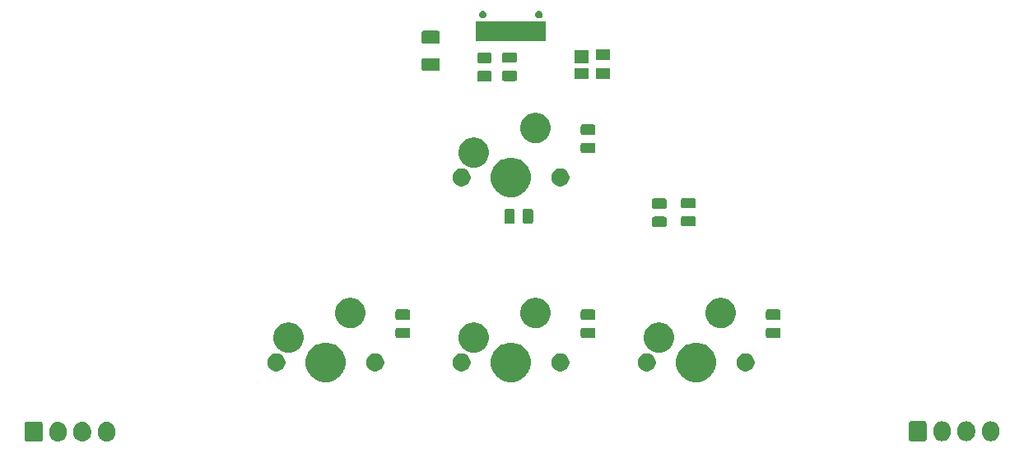
<source format=gts>
G04 #@! TF.GenerationSoftware,KiCad,Pcbnew,(5.1.5)-3*
G04 #@! TF.CreationDate,2020-03-25T17:20:55+01:00*
G04 #@! TF.ProjectId,4Keys,344b6579-732e-46b6-9963-61645f706362,rev?*
G04 #@! TF.SameCoordinates,Original*
G04 #@! TF.FileFunction,Soldermask,Top*
G04 #@! TF.FilePolarity,Negative*
%FSLAX46Y46*%
G04 Gerber Fmt 4.6, Leading zero omitted, Abs format (unit mm)*
G04 Created by KiCad (PCBNEW (5.1.5)-3) date 2020-03-25 17:20:55*
%MOMM*%
%LPD*%
G04 APERTURE LIST*
%ADD10C,0.100000*%
G04 APERTURE END LIST*
D10*
G36*
X139328626Y-73599537D02*
G01*
X139498465Y-73651057D01*
X139498467Y-73651058D01*
X139654989Y-73734721D01*
X139792186Y-73847314D01*
X139861692Y-73932009D01*
X139904778Y-73984509D01*
X139904779Y-73984511D01*
X139960382Y-74088535D01*
X139988443Y-74141034D01*
X140039963Y-74310873D01*
X140053000Y-74443242D01*
X140053000Y-74781757D01*
X140039963Y-74914126D01*
X139988443Y-75083966D01*
X139904778Y-75240491D01*
X139875448Y-75276229D01*
X139792186Y-75377686D01*
X139718961Y-75437779D01*
X139654991Y-75490278D01*
X139654989Y-75490279D01*
X139500300Y-75572963D01*
X139498466Y-75573943D01*
X139328627Y-75625463D01*
X139152000Y-75642859D01*
X138975374Y-75625463D01*
X138805535Y-75573943D01*
X138803702Y-75572963D01*
X138649012Y-75490279D01*
X138649010Y-75490278D01*
X138511815Y-75377685D01*
X138399222Y-75240491D01*
X138315557Y-75083966D01*
X138264037Y-74914127D01*
X138251000Y-74781758D01*
X138251000Y-74443243D01*
X138264037Y-74310874D01*
X138315557Y-74141035D01*
X138343619Y-74088535D01*
X138399221Y-73984511D01*
X138511814Y-73847314D01*
X138613271Y-73764052D01*
X138649009Y-73734722D01*
X138781101Y-73664117D01*
X138805532Y-73651058D01*
X138805534Y-73651057D01*
X138975373Y-73599537D01*
X139152000Y-73582141D01*
X139328626Y-73599537D01*
G37*
G36*
X141828626Y-73599537D02*
G01*
X141998465Y-73651057D01*
X141998467Y-73651058D01*
X142154989Y-73734721D01*
X142292186Y-73847314D01*
X142361692Y-73932009D01*
X142404778Y-73984509D01*
X142404779Y-73984511D01*
X142460382Y-74088535D01*
X142488443Y-74141034D01*
X142539963Y-74310873D01*
X142553000Y-74443242D01*
X142553000Y-74781757D01*
X142539963Y-74914126D01*
X142488443Y-75083966D01*
X142404778Y-75240491D01*
X142375448Y-75276229D01*
X142292186Y-75377686D01*
X142218961Y-75437779D01*
X142154991Y-75490278D01*
X142154989Y-75490279D01*
X142000300Y-75572963D01*
X141998466Y-75573943D01*
X141828627Y-75625463D01*
X141652000Y-75642859D01*
X141475374Y-75625463D01*
X141305535Y-75573943D01*
X141303702Y-75572963D01*
X141149012Y-75490279D01*
X141149010Y-75490278D01*
X141011815Y-75377685D01*
X140899222Y-75240491D01*
X140815557Y-75083966D01*
X140764037Y-74914127D01*
X140751000Y-74781758D01*
X140751000Y-74443243D01*
X140764037Y-74310874D01*
X140815557Y-74141035D01*
X140843619Y-74088535D01*
X140899221Y-73984511D01*
X141011814Y-73847314D01*
X141113271Y-73764052D01*
X141149009Y-73734722D01*
X141281101Y-73664117D01*
X141305532Y-73651058D01*
X141305534Y-73651057D01*
X141475373Y-73599537D01*
X141652000Y-73582141D01*
X141828626Y-73599537D01*
G37*
G36*
X144328626Y-73599537D02*
G01*
X144498465Y-73651057D01*
X144498467Y-73651058D01*
X144654989Y-73734721D01*
X144792186Y-73847314D01*
X144861692Y-73932009D01*
X144904778Y-73984509D01*
X144904779Y-73984511D01*
X144960382Y-74088535D01*
X144988443Y-74141034D01*
X145039963Y-74310873D01*
X145053000Y-74443242D01*
X145053000Y-74781757D01*
X145039963Y-74914126D01*
X144988443Y-75083966D01*
X144904778Y-75240491D01*
X144875448Y-75276229D01*
X144792186Y-75377686D01*
X144718961Y-75437779D01*
X144654991Y-75490278D01*
X144654989Y-75490279D01*
X144500300Y-75572963D01*
X144498466Y-75573943D01*
X144328627Y-75625463D01*
X144152000Y-75642859D01*
X143975374Y-75625463D01*
X143805535Y-75573943D01*
X143803702Y-75572963D01*
X143649012Y-75490279D01*
X143649010Y-75490278D01*
X143511815Y-75377685D01*
X143399222Y-75240491D01*
X143315557Y-75083966D01*
X143264037Y-74914127D01*
X143251000Y-74781758D01*
X143251000Y-74443243D01*
X143264037Y-74310874D01*
X143315557Y-74141035D01*
X143343619Y-74088535D01*
X143399221Y-73984511D01*
X143511814Y-73847314D01*
X143613271Y-73764052D01*
X143649009Y-73734722D01*
X143781101Y-73664117D01*
X143805532Y-73651058D01*
X143805534Y-73651057D01*
X143975373Y-73599537D01*
X144152000Y-73582141D01*
X144328626Y-73599537D01*
G37*
G36*
X137410600Y-73590489D02*
G01*
X137443652Y-73600515D01*
X137474103Y-73616792D01*
X137500799Y-73638701D01*
X137522708Y-73665397D01*
X137538985Y-73695848D01*
X137549011Y-73728900D01*
X137553000Y-73769403D01*
X137553000Y-75455597D01*
X137549011Y-75496100D01*
X137538985Y-75529152D01*
X137522708Y-75559603D01*
X137500799Y-75586299D01*
X137474103Y-75608208D01*
X137443652Y-75624485D01*
X137410600Y-75634511D01*
X137370097Y-75638500D01*
X135933903Y-75638500D01*
X135893400Y-75634511D01*
X135860348Y-75624485D01*
X135829897Y-75608208D01*
X135803201Y-75586299D01*
X135781292Y-75559603D01*
X135765015Y-75529152D01*
X135754989Y-75496100D01*
X135751000Y-75455597D01*
X135751000Y-73769403D01*
X135754989Y-73728900D01*
X135765015Y-73695848D01*
X135781292Y-73665397D01*
X135803201Y-73638701D01*
X135829897Y-73616792D01*
X135860348Y-73600515D01*
X135893400Y-73590489D01*
X135933903Y-73586500D01*
X137370097Y-73586500D01*
X137410600Y-73590489D01*
G37*
G36*
X235260626Y-73547037D02*
G01*
X235430465Y-73598557D01*
X235430467Y-73598558D01*
X235586989Y-73682221D01*
X235724186Y-73794814D01*
X235770706Y-73851500D01*
X235836778Y-73932009D01*
X235920443Y-74088534D01*
X235971963Y-74258373D01*
X235985000Y-74390742D01*
X235985000Y-74729257D01*
X235971963Y-74861626D01*
X235920443Y-75031466D01*
X235836778Y-75187991D01*
X235807448Y-75223729D01*
X235724186Y-75325186D01*
X235629250Y-75403097D01*
X235586991Y-75437778D01*
X235586989Y-75437779D01*
X235431808Y-75520726D01*
X235430466Y-75521443D01*
X235260627Y-75572963D01*
X235084000Y-75590359D01*
X234907374Y-75572963D01*
X234737535Y-75521443D01*
X234736194Y-75520726D01*
X234581012Y-75437779D01*
X234581010Y-75437778D01*
X234443815Y-75325185D01*
X234331222Y-75187991D01*
X234247557Y-75031466D01*
X234196037Y-74861627D01*
X234183000Y-74729258D01*
X234183000Y-74390743D01*
X234196037Y-74258374D01*
X234247557Y-74088535D01*
X234331222Y-73932010D01*
X234331223Y-73932009D01*
X234443814Y-73794814D01*
X234554139Y-73704274D01*
X234581009Y-73682222D01*
X234733871Y-73600515D01*
X234737532Y-73598558D01*
X234737534Y-73598557D01*
X234907373Y-73547037D01*
X235084000Y-73529641D01*
X235260626Y-73547037D01*
G37*
G36*
X230260626Y-73547037D02*
G01*
X230430465Y-73598557D01*
X230430467Y-73598558D01*
X230586989Y-73682221D01*
X230724186Y-73794814D01*
X230770706Y-73851500D01*
X230836778Y-73932009D01*
X230920443Y-74088534D01*
X230971963Y-74258373D01*
X230985000Y-74390742D01*
X230985000Y-74729257D01*
X230971963Y-74861626D01*
X230920443Y-75031466D01*
X230836778Y-75187991D01*
X230807448Y-75223729D01*
X230724186Y-75325186D01*
X230629250Y-75403097D01*
X230586991Y-75437778D01*
X230586989Y-75437779D01*
X230431808Y-75520726D01*
X230430466Y-75521443D01*
X230260627Y-75572963D01*
X230084000Y-75590359D01*
X229907374Y-75572963D01*
X229737535Y-75521443D01*
X229736194Y-75520726D01*
X229581012Y-75437779D01*
X229581010Y-75437778D01*
X229443815Y-75325185D01*
X229331222Y-75187991D01*
X229247557Y-75031466D01*
X229196037Y-74861627D01*
X229183000Y-74729258D01*
X229183000Y-74390743D01*
X229196037Y-74258374D01*
X229247557Y-74088535D01*
X229331222Y-73932010D01*
X229331223Y-73932009D01*
X229443814Y-73794814D01*
X229554139Y-73704274D01*
X229581009Y-73682222D01*
X229733871Y-73600515D01*
X229737532Y-73598558D01*
X229737534Y-73598557D01*
X229907373Y-73547037D01*
X230084000Y-73529641D01*
X230260626Y-73547037D01*
G37*
G36*
X232760626Y-73547037D02*
G01*
X232930465Y-73598557D01*
X232930467Y-73598558D01*
X233086989Y-73682221D01*
X233224186Y-73794814D01*
X233270706Y-73851500D01*
X233336778Y-73932009D01*
X233420443Y-74088534D01*
X233471963Y-74258373D01*
X233485000Y-74390742D01*
X233485000Y-74729257D01*
X233471963Y-74861626D01*
X233420443Y-75031466D01*
X233336778Y-75187991D01*
X233307448Y-75223729D01*
X233224186Y-75325186D01*
X233129250Y-75403097D01*
X233086991Y-75437778D01*
X233086989Y-75437779D01*
X232931808Y-75520726D01*
X232930466Y-75521443D01*
X232760627Y-75572963D01*
X232584000Y-75590359D01*
X232407374Y-75572963D01*
X232237535Y-75521443D01*
X232236194Y-75520726D01*
X232081012Y-75437779D01*
X232081010Y-75437778D01*
X231943815Y-75325185D01*
X231831222Y-75187991D01*
X231747557Y-75031466D01*
X231696037Y-74861627D01*
X231683000Y-74729258D01*
X231683000Y-74390743D01*
X231696037Y-74258374D01*
X231747557Y-74088535D01*
X231831222Y-73932010D01*
X231831223Y-73932009D01*
X231943814Y-73794814D01*
X232054139Y-73704274D01*
X232081009Y-73682222D01*
X232233871Y-73600515D01*
X232237532Y-73598558D01*
X232237534Y-73598557D01*
X232407373Y-73547037D01*
X232584000Y-73529641D01*
X232760626Y-73547037D01*
G37*
G36*
X228342600Y-73537989D02*
G01*
X228375652Y-73548015D01*
X228406103Y-73564292D01*
X228432799Y-73586201D01*
X228454708Y-73612897D01*
X228470985Y-73643348D01*
X228481011Y-73676400D01*
X228485000Y-73716903D01*
X228485000Y-75403097D01*
X228481011Y-75443600D01*
X228470985Y-75476652D01*
X228454708Y-75507103D01*
X228432799Y-75533799D01*
X228406103Y-75555708D01*
X228375652Y-75571985D01*
X228342600Y-75582011D01*
X228302097Y-75586000D01*
X226865903Y-75586000D01*
X226825400Y-75582011D01*
X226792348Y-75571985D01*
X226761897Y-75555708D01*
X226735201Y-75533799D01*
X226713292Y-75507103D01*
X226697015Y-75476652D01*
X226686989Y-75443600D01*
X226683000Y-75403097D01*
X226683000Y-73716903D01*
X226686989Y-73676400D01*
X226697015Y-73643348D01*
X226713292Y-73612897D01*
X226735201Y-73586201D01*
X226761897Y-73564292D01*
X226792348Y-73548015D01*
X226825400Y-73537989D01*
X226865903Y-73534000D01*
X228302097Y-73534000D01*
X228342600Y-73537989D01*
G37*
G36*
X205383974Y-65502434D02*
G01*
X205601974Y-65592733D01*
X205756123Y-65656583D01*
X206091048Y-65880373D01*
X206375877Y-66165202D01*
X206599667Y-66500127D01*
X206632062Y-66578336D01*
X206753816Y-66872276D01*
X206832400Y-67267344D01*
X206832400Y-67670156D01*
X206753816Y-68065224D01*
X206702951Y-68188022D01*
X206599667Y-68437373D01*
X206375877Y-68772298D01*
X206091048Y-69057127D01*
X205756123Y-69280917D01*
X205601974Y-69344767D01*
X205383974Y-69435066D01*
X204988906Y-69513650D01*
X204586094Y-69513650D01*
X204191026Y-69435066D01*
X203973026Y-69344767D01*
X203818877Y-69280917D01*
X203483952Y-69057127D01*
X203199123Y-68772298D01*
X202975333Y-68437373D01*
X202872049Y-68188022D01*
X202821184Y-68065224D01*
X202742600Y-67670156D01*
X202742600Y-67267344D01*
X202821184Y-66872276D01*
X202942938Y-66578336D01*
X202975333Y-66500127D01*
X203199123Y-66165202D01*
X203483952Y-65880373D01*
X203818877Y-65656583D01*
X203973026Y-65592733D01*
X204191026Y-65502434D01*
X204586094Y-65423850D01*
X204988906Y-65423850D01*
X205383974Y-65502434D01*
G37*
G36*
X167283974Y-65502434D02*
G01*
X167501974Y-65592733D01*
X167656123Y-65656583D01*
X167991048Y-65880373D01*
X168275877Y-66165202D01*
X168499667Y-66500127D01*
X168532062Y-66578336D01*
X168653816Y-66872276D01*
X168732400Y-67267344D01*
X168732400Y-67670156D01*
X168653816Y-68065224D01*
X168602951Y-68188022D01*
X168499667Y-68437373D01*
X168275877Y-68772298D01*
X167991048Y-69057127D01*
X167656123Y-69280917D01*
X167501974Y-69344767D01*
X167283974Y-69435066D01*
X166888906Y-69513650D01*
X166486094Y-69513650D01*
X166091026Y-69435066D01*
X165873026Y-69344767D01*
X165718877Y-69280917D01*
X165383952Y-69057127D01*
X165099123Y-68772298D01*
X164875333Y-68437373D01*
X164772049Y-68188022D01*
X164721184Y-68065224D01*
X164642600Y-67670156D01*
X164642600Y-67267344D01*
X164721184Y-66872276D01*
X164842938Y-66578336D01*
X164875333Y-66500127D01*
X165099123Y-66165202D01*
X165383952Y-65880373D01*
X165718877Y-65656583D01*
X165873026Y-65592733D01*
X166091026Y-65502434D01*
X166486094Y-65423850D01*
X166888906Y-65423850D01*
X167283974Y-65502434D01*
G37*
G36*
X186333974Y-65502434D02*
G01*
X186551974Y-65592733D01*
X186706123Y-65656583D01*
X187041048Y-65880373D01*
X187325877Y-66165202D01*
X187549667Y-66500127D01*
X187582062Y-66578336D01*
X187703816Y-66872276D01*
X187782400Y-67267344D01*
X187782400Y-67670156D01*
X187703816Y-68065224D01*
X187652951Y-68188022D01*
X187549667Y-68437373D01*
X187325877Y-68772298D01*
X187041048Y-69057127D01*
X186706123Y-69280917D01*
X186551974Y-69344767D01*
X186333974Y-69435066D01*
X185938906Y-69513650D01*
X185536094Y-69513650D01*
X185141026Y-69435066D01*
X184923026Y-69344767D01*
X184768877Y-69280917D01*
X184433952Y-69057127D01*
X184149123Y-68772298D01*
X183925333Y-68437373D01*
X183822049Y-68188022D01*
X183771184Y-68065224D01*
X183692600Y-67670156D01*
X183692600Y-67267344D01*
X183771184Y-66872276D01*
X183892938Y-66578336D01*
X183925333Y-66500127D01*
X184149123Y-66165202D01*
X184433952Y-65880373D01*
X184768877Y-65656583D01*
X184923026Y-65592733D01*
X185141026Y-65502434D01*
X185536094Y-65423850D01*
X185938906Y-65423850D01*
X186333974Y-65502434D01*
G37*
G36*
X180927604Y-66578335D02*
G01*
X181096126Y-66648139D01*
X181247791Y-66749478D01*
X181376772Y-66878459D01*
X181478111Y-67030124D01*
X181547915Y-67198646D01*
X181583500Y-67377547D01*
X181583500Y-67559953D01*
X181547915Y-67738854D01*
X181478111Y-67907376D01*
X181376772Y-68059041D01*
X181247791Y-68188022D01*
X181096126Y-68289361D01*
X180927604Y-68359165D01*
X180748703Y-68394750D01*
X180566297Y-68394750D01*
X180387396Y-68359165D01*
X180218874Y-68289361D01*
X180067209Y-68188022D01*
X179938228Y-68059041D01*
X179836889Y-67907376D01*
X179767085Y-67738854D01*
X179731500Y-67559953D01*
X179731500Y-67377547D01*
X179767085Y-67198646D01*
X179836889Y-67030124D01*
X179938228Y-66878459D01*
X180067209Y-66749478D01*
X180218874Y-66648139D01*
X180387396Y-66578335D01*
X180566297Y-66542750D01*
X180748703Y-66542750D01*
X180927604Y-66578335D01*
G37*
G36*
X210137604Y-66578335D02*
G01*
X210306126Y-66648139D01*
X210457791Y-66749478D01*
X210586772Y-66878459D01*
X210688111Y-67030124D01*
X210757915Y-67198646D01*
X210793500Y-67377547D01*
X210793500Y-67559953D01*
X210757915Y-67738854D01*
X210688111Y-67907376D01*
X210586772Y-68059041D01*
X210457791Y-68188022D01*
X210306126Y-68289361D01*
X210137604Y-68359165D01*
X209958703Y-68394750D01*
X209776297Y-68394750D01*
X209597396Y-68359165D01*
X209428874Y-68289361D01*
X209277209Y-68188022D01*
X209148228Y-68059041D01*
X209046889Y-67907376D01*
X208977085Y-67738854D01*
X208941500Y-67559953D01*
X208941500Y-67377547D01*
X208977085Y-67198646D01*
X209046889Y-67030124D01*
X209148228Y-66878459D01*
X209277209Y-66749478D01*
X209428874Y-66648139D01*
X209597396Y-66578335D01*
X209776297Y-66542750D01*
X209958703Y-66542750D01*
X210137604Y-66578335D01*
G37*
G36*
X191087604Y-66578335D02*
G01*
X191256126Y-66648139D01*
X191407791Y-66749478D01*
X191536772Y-66878459D01*
X191638111Y-67030124D01*
X191707915Y-67198646D01*
X191743500Y-67377547D01*
X191743500Y-67559953D01*
X191707915Y-67738854D01*
X191638111Y-67907376D01*
X191536772Y-68059041D01*
X191407791Y-68188022D01*
X191256126Y-68289361D01*
X191087604Y-68359165D01*
X190908703Y-68394750D01*
X190726297Y-68394750D01*
X190547396Y-68359165D01*
X190378874Y-68289361D01*
X190227209Y-68188022D01*
X190098228Y-68059041D01*
X189996889Y-67907376D01*
X189927085Y-67738854D01*
X189891500Y-67559953D01*
X189891500Y-67377547D01*
X189927085Y-67198646D01*
X189996889Y-67030124D01*
X190098228Y-66878459D01*
X190227209Y-66749478D01*
X190378874Y-66648139D01*
X190547396Y-66578335D01*
X190726297Y-66542750D01*
X190908703Y-66542750D01*
X191087604Y-66578335D01*
G37*
G36*
X161877604Y-66578335D02*
G01*
X162046126Y-66648139D01*
X162197791Y-66749478D01*
X162326772Y-66878459D01*
X162428111Y-67030124D01*
X162497915Y-67198646D01*
X162533500Y-67377547D01*
X162533500Y-67559953D01*
X162497915Y-67738854D01*
X162428111Y-67907376D01*
X162326772Y-68059041D01*
X162197791Y-68188022D01*
X162046126Y-68289361D01*
X161877604Y-68359165D01*
X161698703Y-68394750D01*
X161516297Y-68394750D01*
X161337396Y-68359165D01*
X161168874Y-68289361D01*
X161017209Y-68188022D01*
X160888228Y-68059041D01*
X160786889Y-67907376D01*
X160717085Y-67738854D01*
X160681500Y-67559953D01*
X160681500Y-67377547D01*
X160717085Y-67198646D01*
X160786889Y-67030124D01*
X160888228Y-66878459D01*
X161017209Y-66749478D01*
X161168874Y-66648139D01*
X161337396Y-66578335D01*
X161516297Y-66542750D01*
X161698703Y-66542750D01*
X161877604Y-66578335D01*
G37*
G36*
X172037604Y-66578335D02*
G01*
X172206126Y-66648139D01*
X172357791Y-66749478D01*
X172486772Y-66878459D01*
X172588111Y-67030124D01*
X172657915Y-67198646D01*
X172693500Y-67377547D01*
X172693500Y-67559953D01*
X172657915Y-67738854D01*
X172588111Y-67907376D01*
X172486772Y-68059041D01*
X172357791Y-68188022D01*
X172206126Y-68289361D01*
X172037604Y-68359165D01*
X171858703Y-68394750D01*
X171676297Y-68394750D01*
X171497396Y-68359165D01*
X171328874Y-68289361D01*
X171177209Y-68188022D01*
X171048228Y-68059041D01*
X170946889Y-67907376D01*
X170877085Y-67738854D01*
X170841500Y-67559953D01*
X170841500Y-67377547D01*
X170877085Y-67198646D01*
X170946889Y-67030124D01*
X171048228Y-66878459D01*
X171177209Y-66749478D01*
X171328874Y-66648139D01*
X171497396Y-66578335D01*
X171676297Y-66542750D01*
X171858703Y-66542750D01*
X172037604Y-66578335D01*
G37*
G36*
X199977604Y-66578335D02*
G01*
X200146126Y-66648139D01*
X200297791Y-66749478D01*
X200426772Y-66878459D01*
X200528111Y-67030124D01*
X200597915Y-67198646D01*
X200633500Y-67377547D01*
X200633500Y-67559953D01*
X200597915Y-67738854D01*
X200528111Y-67907376D01*
X200426772Y-68059041D01*
X200297791Y-68188022D01*
X200146126Y-68289361D01*
X199977604Y-68359165D01*
X199798703Y-68394750D01*
X199616297Y-68394750D01*
X199437396Y-68359165D01*
X199268874Y-68289361D01*
X199117209Y-68188022D01*
X198988228Y-68059041D01*
X198886889Y-67907376D01*
X198817085Y-67738854D01*
X198781500Y-67559953D01*
X198781500Y-67377547D01*
X198817085Y-67198646D01*
X198886889Y-67030124D01*
X198988228Y-66878459D01*
X199117209Y-66749478D01*
X199268874Y-66648139D01*
X199437396Y-66578335D01*
X199616297Y-66542750D01*
X199798703Y-66542750D01*
X199977604Y-66578335D01*
G37*
G36*
X201280085Y-63407552D02*
G01*
X201429910Y-63437354D01*
X201712174Y-63554271D01*
X201966205Y-63724009D01*
X202182241Y-63940045D01*
X202351979Y-64194076D01*
X202468896Y-64476340D01*
X202468896Y-64476341D01*
X202525939Y-64763112D01*
X202528500Y-64775990D01*
X202528500Y-65081510D01*
X202468896Y-65381160D01*
X202351979Y-65663424D01*
X202182241Y-65917455D01*
X201966205Y-66133491D01*
X201712174Y-66303229D01*
X201429910Y-66420146D01*
X201280085Y-66449948D01*
X201130261Y-66479750D01*
X200824739Y-66479750D01*
X200674915Y-66449948D01*
X200525090Y-66420146D01*
X200242826Y-66303229D01*
X199988795Y-66133491D01*
X199772759Y-65917455D01*
X199603021Y-65663424D01*
X199486104Y-65381160D01*
X199426500Y-65081510D01*
X199426500Y-64775990D01*
X199429062Y-64763112D01*
X199486104Y-64476341D01*
X199486104Y-64476340D01*
X199603021Y-64194076D01*
X199772759Y-63940045D01*
X199988795Y-63724009D01*
X200242826Y-63554271D01*
X200525090Y-63437354D01*
X200674915Y-63407552D01*
X200824739Y-63377750D01*
X201130261Y-63377750D01*
X201280085Y-63407552D01*
G37*
G36*
X182230085Y-63407552D02*
G01*
X182379910Y-63437354D01*
X182662174Y-63554271D01*
X182916205Y-63724009D01*
X183132241Y-63940045D01*
X183301979Y-64194076D01*
X183418896Y-64476340D01*
X183418896Y-64476341D01*
X183475939Y-64763112D01*
X183478500Y-64775990D01*
X183478500Y-65081510D01*
X183418896Y-65381160D01*
X183301979Y-65663424D01*
X183132241Y-65917455D01*
X182916205Y-66133491D01*
X182662174Y-66303229D01*
X182379910Y-66420146D01*
X182230085Y-66449948D01*
X182080261Y-66479750D01*
X181774739Y-66479750D01*
X181624915Y-66449948D01*
X181475090Y-66420146D01*
X181192826Y-66303229D01*
X180938795Y-66133491D01*
X180722759Y-65917455D01*
X180553021Y-65663424D01*
X180436104Y-65381160D01*
X180376500Y-65081510D01*
X180376500Y-64775990D01*
X180379062Y-64763112D01*
X180436104Y-64476341D01*
X180436104Y-64476340D01*
X180553021Y-64194076D01*
X180722759Y-63940045D01*
X180938795Y-63724009D01*
X181192826Y-63554271D01*
X181475090Y-63437354D01*
X181624915Y-63407552D01*
X181774739Y-63377750D01*
X182080261Y-63377750D01*
X182230085Y-63407552D01*
G37*
G36*
X163180085Y-63407552D02*
G01*
X163329910Y-63437354D01*
X163612174Y-63554271D01*
X163866205Y-63724009D01*
X164082241Y-63940045D01*
X164251979Y-64194076D01*
X164368896Y-64476340D01*
X164368896Y-64476341D01*
X164425939Y-64763112D01*
X164428500Y-64775990D01*
X164428500Y-65081510D01*
X164368896Y-65381160D01*
X164251979Y-65663424D01*
X164082241Y-65917455D01*
X163866205Y-66133491D01*
X163612174Y-66303229D01*
X163329910Y-66420146D01*
X163180085Y-66449948D01*
X163030261Y-66479750D01*
X162724739Y-66479750D01*
X162574915Y-66449948D01*
X162425090Y-66420146D01*
X162142826Y-66303229D01*
X161888795Y-66133491D01*
X161672759Y-65917455D01*
X161503021Y-65663424D01*
X161386104Y-65381160D01*
X161326500Y-65081510D01*
X161326500Y-64775990D01*
X161329062Y-64763112D01*
X161386104Y-64476341D01*
X161386104Y-64476340D01*
X161503021Y-64194076D01*
X161672759Y-63940045D01*
X161888795Y-63724009D01*
X162142826Y-63554271D01*
X162425090Y-63437354D01*
X162574915Y-63407552D01*
X162724739Y-63377750D01*
X163030261Y-63377750D01*
X163180085Y-63407552D01*
G37*
G36*
X175209468Y-63903565D02*
G01*
X175248138Y-63915296D01*
X175283777Y-63934346D01*
X175315017Y-63959983D01*
X175340654Y-63991223D01*
X175359704Y-64026862D01*
X175371435Y-64065532D01*
X175376000Y-64111888D01*
X175376000Y-64763112D01*
X175371435Y-64809468D01*
X175359704Y-64848138D01*
X175340654Y-64883777D01*
X175315017Y-64915017D01*
X175283777Y-64940654D01*
X175248138Y-64959704D01*
X175209468Y-64971435D01*
X175163112Y-64976000D01*
X174086888Y-64976000D01*
X174040532Y-64971435D01*
X174001862Y-64959704D01*
X173966223Y-64940654D01*
X173934983Y-64915017D01*
X173909346Y-64883777D01*
X173890296Y-64848138D01*
X173878565Y-64809468D01*
X173874000Y-64763112D01*
X173874000Y-64111888D01*
X173878565Y-64065532D01*
X173890296Y-64026862D01*
X173909346Y-63991223D01*
X173934983Y-63959983D01*
X173966223Y-63934346D01*
X174001862Y-63915296D01*
X174040532Y-63903565D01*
X174086888Y-63899000D01*
X175163112Y-63899000D01*
X175209468Y-63903565D01*
G37*
G36*
X194259468Y-63903565D02*
G01*
X194298138Y-63915296D01*
X194333777Y-63934346D01*
X194365017Y-63959983D01*
X194390654Y-63991223D01*
X194409704Y-64026862D01*
X194421435Y-64065532D01*
X194426000Y-64111888D01*
X194426000Y-64763112D01*
X194421435Y-64809468D01*
X194409704Y-64848138D01*
X194390654Y-64883777D01*
X194365017Y-64915017D01*
X194333777Y-64940654D01*
X194298138Y-64959704D01*
X194259468Y-64971435D01*
X194213112Y-64976000D01*
X193136888Y-64976000D01*
X193090532Y-64971435D01*
X193051862Y-64959704D01*
X193016223Y-64940654D01*
X192984983Y-64915017D01*
X192959346Y-64883777D01*
X192940296Y-64848138D01*
X192928565Y-64809468D01*
X192924000Y-64763112D01*
X192924000Y-64111888D01*
X192928565Y-64065532D01*
X192940296Y-64026862D01*
X192959346Y-63991223D01*
X192984983Y-63959983D01*
X193016223Y-63934346D01*
X193051862Y-63915296D01*
X193090532Y-63903565D01*
X193136888Y-63899000D01*
X194213112Y-63899000D01*
X194259468Y-63903565D01*
G37*
G36*
X213309468Y-63903565D02*
G01*
X213348138Y-63915296D01*
X213383777Y-63934346D01*
X213415017Y-63959983D01*
X213440654Y-63991223D01*
X213459704Y-64026862D01*
X213471435Y-64065532D01*
X213476000Y-64111888D01*
X213476000Y-64763112D01*
X213471435Y-64809468D01*
X213459704Y-64848138D01*
X213440654Y-64883777D01*
X213415017Y-64915017D01*
X213383777Y-64940654D01*
X213348138Y-64959704D01*
X213309468Y-64971435D01*
X213263112Y-64976000D01*
X212186888Y-64976000D01*
X212140532Y-64971435D01*
X212101862Y-64959704D01*
X212066223Y-64940654D01*
X212034983Y-64915017D01*
X212009346Y-64883777D01*
X211990296Y-64848138D01*
X211978565Y-64809468D01*
X211974000Y-64763112D01*
X211974000Y-64111888D01*
X211978565Y-64065532D01*
X211990296Y-64026862D01*
X212009346Y-63991223D01*
X212034983Y-63959983D01*
X212066223Y-63934346D01*
X212101862Y-63915296D01*
X212140532Y-63903565D01*
X212186888Y-63899000D01*
X213263112Y-63899000D01*
X213309468Y-63903565D01*
G37*
G36*
X169530085Y-60867552D02*
G01*
X169679910Y-60897354D01*
X169962174Y-61014271D01*
X170216205Y-61184009D01*
X170432241Y-61400045D01*
X170601979Y-61654076D01*
X170718896Y-61936340D01*
X170778500Y-62235990D01*
X170778500Y-62541510D01*
X170718896Y-62841160D01*
X170601979Y-63123424D01*
X170432241Y-63377455D01*
X170216205Y-63593491D01*
X169962174Y-63763229D01*
X169679910Y-63880146D01*
X169559113Y-63904174D01*
X169380261Y-63939750D01*
X169074739Y-63939750D01*
X168895887Y-63904174D01*
X168775090Y-63880146D01*
X168492826Y-63763229D01*
X168238795Y-63593491D01*
X168022759Y-63377455D01*
X167853021Y-63123424D01*
X167736104Y-62841160D01*
X167676500Y-62541510D01*
X167676500Y-62235990D01*
X167736104Y-61936340D01*
X167853021Y-61654076D01*
X168022759Y-61400045D01*
X168238795Y-61184009D01*
X168492826Y-61014271D01*
X168775090Y-60897354D01*
X168924915Y-60867552D01*
X169074739Y-60837750D01*
X169380261Y-60837750D01*
X169530085Y-60867552D01*
G37*
G36*
X188580085Y-60867552D02*
G01*
X188729910Y-60897354D01*
X189012174Y-61014271D01*
X189266205Y-61184009D01*
X189482241Y-61400045D01*
X189651979Y-61654076D01*
X189768896Y-61936340D01*
X189828500Y-62235990D01*
X189828500Y-62541510D01*
X189768896Y-62841160D01*
X189651979Y-63123424D01*
X189482241Y-63377455D01*
X189266205Y-63593491D01*
X189012174Y-63763229D01*
X188729910Y-63880146D01*
X188609113Y-63904174D01*
X188430261Y-63939750D01*
X188124739Y-63939750D01*
X187945887Y-63904174D01*
X187825090Y-63880146D01*
X187542826Y-63763229D01*
X187288795Y-63593491D01*
X187072759Y-63377455D01*
X186903021Y-63123424D01*
X186786104Y-62841160D01*
X186726500Y-62541510D01*
X186726500Y-62235990D01*
X186786104Y-61936340D01*
X186903021Y-61654076D01*
X187072759Y-61400045D01*
X187288795Y-61184009D01*
X187542826Y-61014271D01*
X187825090Y-60897354D01*
X187974915Y-60867552D01*
X188124739Y-60837750D01*
X188430261Y-60837750D01*
X188580085Y-60867552D01*
G37*
G36*
X207630085Y-60867552D02*
G01*
X207779910Y-60897354D01*
X208062174Y-61014271D01*
X208316205Y-61184009D01*
X208532241Y-61400045D01*
X208701979Y-61654076D01*
X208818896Y-61936340D01*
X208878500Y-62235990D01*
X208878500Y-62541510D01*
X208818896Y-62841160D01*
X208701979Y-63123424D01*
X208532241Y-63377455D01*
X208316205Y-63593491D01*
X208062174Y-63763229D01*
X207779910Y-63880146D01*
X207659113Y-63904174D01*
X207480261Y-63939750D01*
X207174739Y-63939750D01*
X206995887Y-63904174D01*
X206875090Y-63880146D01*
X206592826Y-63763229D01*
X206338795Y-63593491D01*
X206122759Y-63377455D01*
X205953021Y-63123424D01*
X205836104Y-62841160D01*
X205776500Y-62541510D01*
X205776500Y-62235990D01*
X205836104Y-61936340D01*
X205953021Y-61654076D01*
X206122759Y-61400045D01*
X206338795Y-61184009D01*
X206592826Y-61014271D01*
X206875090Y-60897354D01*
X207024915Y-60867552D01*
X207174739Y-60837750D01*
X207480261Y-60837750D01*
X207630085Y-60867552D01*
G37*
G36*
X213309468Y-62028565D02*
G01*
X213348138Y-62040296D01*
X213383777Y-62059346D01*
X213415017Y-62084983D01*
X213440654Y-62116223D01*
X213459704Y-62151862D01*
X213471435Y-62190532D01*
X213476000Y-62236888D01*
X213476000Y-62888112D01*
X213471435Y-62934468D01*
X213459704Y-62973138D01*
X213440654Y-63008777D01*
X213415017Y-63040017D01*
X213383777Y-63065654D01*
X213348138Y-63084704D01*
X213309468Y-63096435D01*
X213263112Y-63101000D01*
X212186888Y-63101000D01*
X212140532Y-63096435D01*
X212101862Y-63084704D01*
X212066223Y-63065654D01*
X212034983Y-63040017D01*
X212009346Y-63008777D01*
X211990296Y-62973138D01*
X211978565Y-62934468D01*
X211974000Y-62888112D01*
X211974000Y-62236888D01*
X211978565Y-62190532D01*
X211990296Y-62151862D01*
X212009346Y-62116223D01*
X212034983Y-62084983D01*
X212066223Y-62059346D01*
X212101862Y-62040296D01*
X212140532Y-62028565D01*
X212186888Y-62024000D01*
X213263112Y-62024000D01*
X213309468Y-62028565D01*
G37*
G36*
X194259468Y-62028565D02*
G01*
X194298138Y-62040296D01*
X194333777Y-62059346D01*
X194365017Y-62084983D01*
X194390654Y-62116223D01*
X194409704Y-62151862D01*
X194421435Y-62190532D01*
X194426000Y-62236888D01*
X194426000Y-62888112D01*
X194421435Y-62934468D01*
X194409704Y-62973138D01*
X194390654Y-63008777D01*
X194365017Y-63040017D01*
X194333777Y-63065654D01*
X194298138Y-63084704D01*
X194259468Y-63096435D01*
X194213112Y-63101000D01*
X193136888Y-63101000D01*
X193090532Y-63096435D01*
X193051862Y-63084704D01*
X193016223Y-63065654D01*
X192984983Y-63040017D01*
X192959346Y-63008777D01*
X192940296Y-62973138D01*
X192928565Y-62934468D01*
X192924000Y-62888112D01*
X192924000Y-62236888D01*
X192928565Y-62190532D01*
X192940296Y-62151862D01*
X192959346Y-62116223D01*
X192984983Y-62084983D01*
X193016223Y-62059346D01*
X193051862Y-62040296D01*
X193090532Y-62028565D01*
X193136888Y-62024000D01*
X194213112Y-62024000D01*
X194259468Y-62028565D01*
G37*
G36*
X175209468Y-62028565D02*
G01*
X175248138Y-62040296D01*
X175283777Y-62059346D01*
X175315017Y-62084983D01*
X175340654Y-62116223D01*
X175359704Y-62151862D01*
X175371435Y-62190532D01*
X175376000Y-62236888D01*
X175376000Y-62888112D01*
X175371435Y-62934468D01*
X175359704Y-62973138D01*
X175340654Y-63008777D01*
X175315017Y-63040017D01*
X175283777Y-63065654D01*
X175248138Y-63084704D01*
X175209468Y-63096435D01*
X175163112Y-63101000D01*
X174086888Y-63101000D01*
X174040532Y-63096435D01*
X174001862Y-63084704D01*
X173966223Y-63065654D01*
X173934983Y-63040017D01*
X173909346Y-63008777D01*
X173890296Y-62973138D01*
X173878565Y-62934468D01*
X173874000Y-62888112D01*
X173874000Y-62236888D01*
X173878565Y-62190532D01*
X173890296Y-62151862D01*
X173909346Y-62116223D01*
X173934983Y-62084983D01*
X173966223Y-62059346D01*
X174001862Y-62040296D01*
X174040532Y-62028565D01*
X174086888Y-62024000D01*
X175163112Y-62024000D01*
X175209468Y-62028565D01*
G37*
G36*
X201584468Y-52466065D02*
G01*
X201623138Y-52477796D01*
X201658777Y-52496846D01*
X201690017Y-52522483D01*
X201715654Y-52553723D01*
X201734704Y-52589362D01*
X201746435Y-52628032D01*
X201751000Y-52674388D01*
X201751000Y-53325612D01*
X201746435Y-53371968D01*
X201734704Y-53410638D01*
X201715654Y-53446277D01*
X201690017Y-53477517D01*
X201658777Y-53503154D01*
X201623138Y-53522204D01*
X201584468Y-53533935D01*
X201538112Y-53538500D01*
X200461888Y-53538500D01*
X200415532Y-53533935D01*
X200376862Y-53522204D01*
X200341223Y-53503154D01*
X200309983Y-53477517D01*
X200284346Y-53446277D01*
X200265296Y-53410638D01*
X200253565Y-53371968D01*
X200249000Y-53325612D01*
X200249000Y-52674388D01*
X200253565Y-52628032D01*
X200265296Y-52589362D01*
X200284346Y-52553723D01*
X200309983Y-52522483D01*
X200341223Y-52496846D01*
X200376862Y-52477796D01*
X200415532Y-52466065D01*
X200461888Y-52461500D01*
X201538112Y-52461500D01*
X201584468Y-52466065D01*
G37*
G36*
X204584468Y-52403565D02*
G01*
X204623138Y-52415296D01*
X204658777Y-52434346D01*
X204690017Y-52459983D01*
X204715654Y-52491223D01*
X204734704Y-52526862D01*
X204746435Y-52565532D01*
X204751000Y-52611888D01*
X204751000Y-53263112D01*
X204746435Y-53309468D01*
X204734704Y-53348138D01*
X204715654Y-53383777D01*
X204690017Y-53415017D01*
X204658777Y-53440654D01*
X204623138Y-53459704D01*
X204584468Y-53471435D01*
X204538112Y-53476000D01*
X203461888Y-53476000D01*
X203415532Y-53471435D01*
X203376862Y-53459704D01*
X203341223Y-53440654D01*
X203309983Y-53415017D01*
X203284346Y-53383777D01*
X203265296Y-53348138D01*
X203253565Y-53309468D01*
X203249000Y-53263112D01*
X203249000Y-52611888D01*
X203253565Y-52565532D01*
X203265296Y-52526862D01*
X203284346Y-52491223D01*
X203309983Y-52459983D01*
X203341223Y-52434346D01*
X203376862Y-52415296D01*
X203415532Y-52403565D01*
X203461888Y-52399000D01*
X204538112Y-52399000D01*
X204584468Y-52403565D01*
G37*
G36*
X185976968Y-51683565D02*
G01*
X186015638Y-51695296D01*
X186051277Y-51714346D01*
X186082517Y-51739983D01*
X186108154Y-51771223D01*
X186127204Y-51806862D01*
X186138935Y-51845532D01*
X186143500Y-51891888D01*
X186143500Y-52968112D01*
X186138935Y-53014468D01*
X186127204Y-53053138D01*
X186108154Y-53088777D01*
X186082517Y-53120017D01*
X186051277Y-53145654D01*
X186015638Y-53164704D01*
X185976968Y-53176435D01*
X185930612Y-53181000D01*
X185279388Y-53181000D01*
X185233032Y-53176435D01*
X185194362Y-53164704D01*
X185158723Y-53145654D01*
X185127483Y-53120017D01*
X185101846Y-53088777D01*
X185082796Y-53053138D01*
X185071065Y-53014468D01*
X185066500Y-52968112D01*
X185066500Y-51891888D01*
X185071065Y-51845532D01*
X185082796Y-51806862D01*
X185101846Y-51771223D01*
X185127483Y-51739983D01*
X185158723Y-51714346D01*
X185194362Y-51695296D01*
X185233032Y-51683565D01*
X185279388Y-51679000D01*
X185930612Y-51679000D01*
X185976968Y-51683565D01*
G37*
G36*
X187851968Y-51683565D02*
G01*
X187890638Y-51695296D01*
X187926277Y-51714346D01*
X187957517Y-51739983D01*
X187983154Y-51771223D01*
X188002204Y-51806862D01*
X188013935Y-51845532D01*
X188018500Y-51891888D01*
X188018500Y-52968112D01*
X188013935Y-53014468D01*
X188002204Y-53053138D01*
X187983154Y-53088777D01*
X187957517Y-53120017D01*
X187926277Y-53145654D01*
X187890638Y-53164704D01*
X187851968Y-53176435D01*
X187805612Y-53181000D01*
X187154388Y-53181000D01*
X187108032Y-53176435D01*
X187069362Y-53164704D01*
X187033723Y-53145654D01*
X187002483Y-53120017D01*
X186976846Y-53088777D01*
X186957796Y-53053138D01*
X186946065Y-53014468D01*
X186941500Y-52968112D01*
X186941500Y-51891888D01*
X186946065Y-51845532D01*
X186957796Y-51806862D01*
X186976846Y-51771223D01*
X187002483Y-51739983D01*
X187033723Y-51714346D01*
X187069362Y-51695296D01*
X187108032Y-51683565D01*
X187154388Y-51679000D01*
X187805612Y-51679000D01*
X187851968Y-51683565D01*
G37*
G36*
X201584468Y-50591065D02*
G01*
X201623138Y-50602796D01*
X201658777Y-50621846D01*
X201690017Y-50647483D01*
X201715654Y-50678723D01*
X201734704Y-50714362D01*
X201746435Y-50753032D01*
X201751000Y-50799388D01*
X201751000Y-51450612D01*
X201746435Y-51496968D01*
X201734704Y-51535638D01*
X201715654Y-51571277D01*
X201690017Y-51602517D01*
X201658777Y-51628154D01*
X201623138Y-51647204D01*
X201584468Y-51658935D01*
X201538112Y-51663500D01*
X200461888Y-51663500D01*
X200415532Y-51658935D01*
X200376862Y-51647204D01*
X200341223Y-51628154D01*
X200309983Y-51602517D01*
X200284346Y-51571277D01*
X200265296Y-51535638D01*
X200253565Y-51496968D01*
X200249000Y-51450612D01*
X200249000Y-50799388D01*
X200253565Y-50753032D01*
X200265296Y-50714362D01*
X200284346Y-50678723D01*
X200309983Y-50647483D01*
X200341223Y-50621846D01*
X200376862Y-50602796D01*
X200415532Y-50591065D01*
X200461888Y-50586500D01*
X201538112Y-50586500D01*
X201584468Y-50591065D01*
G37*
G36*
X204584468Y-50528565D02*
G01*
X204623138Y-50540296D01*
X204658777Y-50559346D01*
X204690017Y-50584983D01*
X204715654Y-50616223D01*
X204734704Y-50651862D01*
X204746435Y-50690532D01*
X204751000Y-50736888D01*
X204751000Y-51388112D01*
X204746435Y-51434468D01*
X204734704Y-51473138D01*
X204715654Y-51508777D01*
X204690017Y-51540017D01*
X204658777Y-51565654D01*
X204623138Y-51584704D01*
X204584468Y-51596435D01*
X204538112Y-51601000D01*
X203461888Y-51601000D01*
X203415532Y-51596435D01*
X203376862Y-51584704D01*
X203341223Y-51565654D01*
X203309983Y-51540017D01*
X203284346Y-51508777D01*
X203265296Y-51473138D01*
X203253565Y-51434468D01*
X203249000Y-51388112D01*
X203249000Y-50736888D01*
X203253565Y-50690532D01*
X203265296Y-50651862D01*
X203284346Y-50616223D01*
X203309983Y-50584983D01*
X203341223Y-50559346D01*
X203376862Y-50540296D01*
X203415532Y-50528565D01*
X203461888Y-50524000D01*
X204538112Y-50524000D01*
X204584468Y-50528565D01*
G37*
G36*
X186333974Y-46452434D02*
G01*
X186551974Y-46542733D01*
X186706123Y-46606583D01*
X187041048Y-46830373D01*
X187325877Y-47115202D01*
X187549667Y-47450127D01*
X187582062Y-47528336D01*
X187703816Y-47822276D01*
X187782400Y-48217344D01*
X187782400Y-48620156D01*
X187703816Y-49015224D01*
X187652951Y-49138022D01*
X187549667Y-49387373D01*
X187325877Y-49722298D01*
X187041048Y-50007127D01*
X186706123Y-50230917D01*
X186551974Y-50294767D01*
X186333974Y-50385066D01*
X185938906Y-50463650D01*
X185536094Y-50463650D01*
X185141026Y-50385066D01*
X184923026Y-50294767D01*
X184768877Y-50230917D01*
X184433952Y-50007127D01*
X184149123Y-49722298D01*
X183925333Y-49387373D01*
X183822049Y-49138022D01*
X183771184Y-49015224D01*
X183692600Y-48620156D01*
X183692600Y-48217344D01*
X183771184Y-47822276D01*
X183892938Y-47528336D01*
X183925333Y-47450127D01*
X184149123Y-47115202D01*
X184433952Y-46830373D01*
X184768877Y-46606583D01*
X184923026Y-46542733D01*
X185141026Y-46452434D01*
X185536094Y-46373850D01*
X185938906Y-46373850D01*
X186333974Y-46452434D01*
G37*
G36*
X180927604Y-47528335D02*
G01*
X181096126Y-47598139D01*
X181247791Y-47699478D01*
X181376772Y-47828459D01*
X181478111Y-47980124D01*
X181547915Y-48148646D01*
X181583500Y-48327547D01*
X181583500Y-48509953D01*
X181547915Y-48688854D01*
X181478111Y-48857376D01*
X181376772Y-49009041D01*
X181247791Y-49138022D01*
X181096126Y-49239361D01*
X180927604Y-49309165D01*
X180748703Y-49344750D01*
X180566297Y-49344750D01*
X180387396Y-49309165D01*
X180218874Y-49239361D01*
X180067209Y-49138022D01*
X179938228Y-49009041D01*
X179836889Y-48857376D01*
X179767085Y-48688854D01*
X179731500Y-48509953D01*
X179731500Y-48327547D01*
X179767085Y-48148646D01*
X179836889Y-47980124D01*
X179938228Y-47828459D01*
X180067209Y-47699478D01*
X180218874Y-47598139D01*
X180387396Y-47528335D01*
X180566297Y-47492750D01*
X180748703Y-47492750D01*
X180927604Y-47528335D01*
G37*
G36*
X191087604Y-47528335D02*
G01*
X191256126Y-47598139D01*
X191407791Y-47699478D01*
X191536772Y-47828459D01*
X191638111Y-47980124D01*
X191707915Y-48148646D01*
X191743500Y-48327547D01*
X191743500Y-48509953D01*
X191707915Y-48688854D01*
X191638111Y-48857376D01*
X191536772Y-49009041D01*
X191407791Y-49138022D01*
X191256126Y-49239361D01*
X191087604Y-49309165D01*
X190908703Y-49344750D01*
X190726297Y-49344750D01*
X190547396Y-49309165D01*
X190378874Y-49239361D01*
X190227209Y-49138022D01*
X190098228Y-49009041D01*
X189996889Y-48857376D01*
X189927085Y-48688854D01*
X189891500Y-48509953D01*
X189891500Y-48327547D01*
X189927085Y-48148646D01*
X189996889Y-47980124D01*
X190098228Y-47828459D01*
X190227209Y-47699478D01*
X190378874Y-47598139D01*
X190547396Y-47528335D01*
X190726297Y-47492750D01*
X190908703Y-47492750D01*
X191087604Y-47528335D01*
G37*
G36*
X182230085Y-44357552D02*
G01*
X182379910Y-44387354D01*
X182662174Y-44504271D01*
X182916205Y-44674009D01*
X183132241Y-44890045D01*
X183301979Y-45144076D01*
X183418896Y-45426340D01*
X183418896Y-45426341D01*
X183475939Y-45713112D01*
X183478500Y-45725990D01*
X183478500Y-46031510D01*
X183418896Y-46331160D01*
X183301979Y-46613424D01*
X183132241Y-46867455D01*
X182916205Y-47083491D01*
X182662174Y-47253229D01*
X182379910Y-47370146D01*
X182230085Y-47399948D01*
X182080261Y-47429750D01*
X181774739Y-47429750D01*
X181624915Y-47399948D01*
X181475090Y-47370146D01*
X181192826Y-47253229D01*
X180938795Y-47083491D01*
X180722759Y-46867455D01*
X180553021Y-46613424D01*
X180436104Y-46331160D01*
X180376500Y-46031510D01*
X180376500Y-45725990D01*
X180379062Y-45713112D01*
X180436104Y-45426341D01*
X180436104Y-45426340D01*
X180553021Y-45144076D01*
X180722759Y-44890045D01*
X180938795Y-44674009D01*
X181192826Y-44504271D01*
X181475090Y-44387354D01*
X181624915Y-44357552D01*
X181774739Y-44327750D01*
X182080261Y-44327750D01*
X182230085Y-44357552D01*
G37*
G36*
X194259468Y-44853565D02*
G01*
X194298138Y-44865296D01*
X194333777Y-44884346D01*
X194365017Y-44909983D01*
X194390654Y-44941223D01*
X194409704Y-44976862D01*
X194421435Y-45015532D01*
X194426000Y-45061888D01*
X194426000Y-45713112D01*
X194421435Y-45759468D01*
X194409704Y-45798138D01*
X194390654Y-45833777D01*
X194365017Y-45865017D01*
X194333777Y-45890654D01*
X194298138Y-45909704D01*
X194259468Y-45921435D01*
X194213112Y-45926000D01*
X193136888Y-45926000D01*
X193090532Y-45921435D01*
X193051862Y-45909704D01*
X193016223Y-45890654D01*
X192984983Y-45865017D01*
X192959346Y-45833777D01*
X192940296Y-45798138D01*
X192928565Y-45759468D01*
X192924000Y-45713112D01*
X192924000Y-45061888D01*
X192928565Y-45015532D01*
X192940296Y-44976862D01*
X192959346Y-44941223D01*
X192984983Y-44909983D01*
X193016223Y-44884346D01*
X193051862Y-44865296D01*
X193090532Y-44853565D01*
X193136888Y-44849000D01*
X194213112Y-44849000D01*
X194259468Y-44853565D01*
G37*
G36*
X188580085Y-41817552D02*
G01*
X188729910Y-41847354D01*
X189012174Y-41964271D01*
X189266205Y-42134009D01*
X189482241Y-42350045D01*
X189651979Y-42604076D01*
X189768896Y-42886340D01*
X189828500Y-43185990D01*
X189828500Y-43491510D01*
X189768896Y-43791160D01*
X189651979Y-44073424D01*
X189482241Y-44327455D01*
X189266205Y-44543491D01*
X189012174Y-44713229D01*
X188729910Y-44830146D01*
X188609113Y-44854174D01*
X188430261Y-44889750D01*
X188124739Y-44889750D01*
X187945887Y-44854174D01*
X187825090Y-44830146D01*
X187542826Y-44713229D01*
X187288795Y-44543491D01*
X187072759Y-44327455D01*
X186903021Y-44073424D01*
X186786104Y-43791160D01*
X186726500Y-43491510D01*
X186726500Y-43185990D01*
X186786104Y-42886340D01*
X186903021Y-42604076D01*
X187072759Y-42350045D01*
X187288795Y-42134009D01*
X187542826Y-41964271D01*
X187825090Y-41847354D01*
X187974915Y-41817552D01*
X188124739Y-41787750D01*
X188430261Y-41787750D01*
X188580085Y-41817552D01*
G37*
G36*
X194259468Y-42978565D02*
G01*
X194298138Y-42990296D01*
X194333777Y-43009346D01*
X194365017Y-43034983D01*
X194390654Y-43066223D01*
X194409704Y-43101862D01*
X194421435Y-43140532D01*
X194426000Y-43186888D01*
X194426000Y-43838112D01*
X194421435Y-43884468D01*
X194409704Y-43923138D01*
X194390654Y-43958777D01*
X194365017Y-43990017D01*
X194333777Y-44015654D01*
X194298138Y-44034704D01*
X194259468Y-44046435D01*
X194213112Y-44051000D01*
X193136888Y-44051000D01*
X193090532Y-44046435D01*
X193051862Y-44034704D01*
X193016223Y-44015654D01*
X192984983Y-43990017D01*
X192959346Y-43958777D01*
X192940296Y-43923138D01*
X192928565Y-43884468D01*
X192924000Y-43838112D01*
X192924000Y-43186888D01*
X192928565Y-43140532D01*
X192940296Y-43101862D01*
X192959346Y-43066223D01*
X192984983Y-43034983D01*
X193016223Y-43009346D01*
X193051862Y-42990296D01*
X193090532Y-42978565D01*
X193136888Y-42974000D01*
X194213112Y-42974000D01*
X194259468Y-42978565D01*
G37*
G36*
X183604468Y-37461065D02*
G01*
X183643138Y-37472796D01*
X183678777Y-37491846D01*
X183710017Y-37517483D01*
X183735654Y-37548723D01*
X183754704Y-37584362D01*
X183766435Y-37623032D01*
X183771000Y-37669388D01*
X183771000Y-38320612D01*
X183766435Y-38366968D01*
X183754704Y-38405638D01*
X183735654Y-38441277D01*
X183710017Y-38472517D01*
X183678777Y-38498154D01*
X183643138Y-38517204D01*
X183604468Y-38528935D01*
X183558112Y-38533500D01*
X182481888Y-38533500D01*
X182435532Y-38528935D01*
X182396862Y-38517204D01*
X182361223Y-38498154D01*
X182329983Y-38472517D01*
X182304346Y-38441277D01*
X182285296Y-38405638D01*
X182273565Y-38366968D01*
X182269000Y-38320612D01*
X182269000Y-37669388D01*
X182273565Y-37623032D01*
X182285296Y-37584362D01*
X182304346Y-37548723D01*
X182329983Y-37517483D01*
X182361223Y-37491846D01*
X182396862Y-37472796D01*
X182435532Y-37461065D01*
X182481888Y-37456500D01*
X183558112Y-37456500D01*
X183604468Y-37461065D01*
G37*
G36*
X186174468Y-37431065D02*
G01*
X186213138Y-37442796D01*
X186248777Y-37461846D01*
X186280017Y-37487483D01*
X186305654Y-37518723D01*
X186324704Y-37554362D01*
X186336435Y-37593032D01*
X186341000Y-37639388D01*
X186341000Y-38290612D01*
X186336435Y-38336968D01*
X186324704Y-38375638D01*
X186305654Y-38411277D01*
X186280017Y-38442517D01*
X186248777Y-38468154D01*
X186213138Y-38487204D01*
X186174468Y-38498935D01*
X186128112Y-38503500D01*
X185051888Y-38503500D01*
X185005532Y-38498935D01*
X184966862Y-38487204D01*
X184931223Y-38468154D01*
X184899983Y-38442517D01*
X184874346Y-38411277D01*
X184855296Y-38375638D01*
X184843565Y-38336968D01*
X184839000Y-38290612D01*
X184839000Y-37639388D01*
X184843565Y-37593032D01*
X184855296Y-37554362D01*
X184874346Y-37518723D01*
X184899983Y-37487483D01*
X184931223Y-37461846D01*
X184966862Y-37442796D01*
X185005532Y-37431065D01*
X185051888Y-37426500D01*
X186128112Y-37426500D01*
X186174468Y-37431065D01*
G37*
G36*
X193751000Y-38271000D02*
G01*
X192249000Y-38271000D01*
X192249000Y-37169000D01*
X193751000Y-37169000D01*
X193751000Y-38271000D01*
G37*
G36*
X195951000Y-38271000D02*
G01*
X194449000Y-38271000D01*
X194449000Y-37169000D01*
X195951000Y-37169000D01*
X195951000Y-38271000D01*
G37*
G36*
X178268604Y-36128347D02*
G01*
X178305144Y-36139432D01*
X178338821Y-36157433D01*
X178368341Y-36181659D01*
X178392567Y-36211179D01*
X178410568Y-36244856D01*
X178421653Y-36281396D01*
X178426000Y-36325538D01*
X178426000Y-37274462D01*
X178421653Y-37318604D01*
X178410568Y-37355144D01*
X178392567Y-37388821D01*
X178368341Y-37418341D01*
X178338821Y-37442567D01*
X178305144Y-37460568D01*
X178268604Y-37471653D01*
X178224462Y-37476000D01*
X176775538Y-37476000D01*
X176731396Y-37471653D01*
X176694856Y-37460568D01*
X176661179Y-37442567D01*
X176631659Y-37418341D01*
X176607433Y-37388821D01*
X176589432Y-37355144D01*
X176578347Y-37318604D01*
X176574000Y-37274462D01*
X176574000Y-36325538D01*
X176578347Y-36281396D01*
X176589432Y-36244856D01*
X176607433Y-36211179D01*
X176631659Y-36181659D01*
X176661179Y-36157433D01*
X176694856Y-36139432D01*
X176731396Y-36128347D01*
X176775538Y-36124000D01*
X178224462Y-36124000D01*
X178268604Y-36128347D01*
G37*
G36*
X183604468Y-35586065D02*
G01*
X183643138Y-35597796D01*
X183678777Y-35616846D01*
X183710017Y-35642483D01*
X183735654Y-35673723D01*
X183754704Y-35709362D01*
X183766435Y-35748032D01*
X183771000Y-35794388D01*
X183771000Y-36445612D01*
X183766435Y-36491968D01*
X183754704Y-36530638D01*
X183735654Y-36566277D01*
X183710017Y-36597517D01*
X183678777Y-36623154D01*
X183643138Y-36642204D01*
X183604468Y-36653935D01*
X183558112Y-36658500D01*
X182481888Y-36658500D01*
X182435532Y-36653935D01*
X182396862Y-36642204D01*
X182361223Y-36623154D01*
X182329983Y-36597517D01*
X182304346Y-36566277D01*
X182285296Y-36530638D01*
X182273565Y-36491968D01*
X182269000Y-36445612D01*
X182269000Y-35794388D01*
X182273565Y-35748032D01*
X182285296Y-35709362D01*
X182304346Y-35673723D01*
X182329983Y-35642483D01*
X182361223Y-35616846D01*
X182396862Y-35597796D01*
X182435532Y-35586065D01*
X182481888Y-35581500D01*
X183558112Y-35581500D01*
X183604468Y-35586065D01*
G37*
G36*
X193751000Y-36651000D02*
G01*
X192249000Y-36651000D01*
X192249000Y-35349000D01*
X193751000Y-35349000D01*
X193751000Y-36651000D01*
G37*
G36*
X186174468Y-35556065D02*
G01*
X186213138Y-35567796D01*
X186248777Y-35586846D01*
X186280017Y-35612483D01*
X186305654Y-35643723D01*
X186324704Y-35679362D01*
X186336435Y-35718032D01*
X186341000Y-35764388D01*
X186341000Y-36415612D01*
X186336435Y-36461968D01*
X186324704Y-36500638D01*
X186305654Y-36536277D01*
X186280017Y-36567517D01*
X186248777Y-36593154D01*
X186213138Y-36612204D01*
X186174468Y-36623935D01*
X186128112Y-36628500D01*
X185051888Y-36628500D01*
X185005532Y-36623935D01*
X184966862Y-36612204D01*
X184931223Y-36593154D01*
X184899983Y-36567517D01*
X184874346Y-36536277D01*
X184855296Y-36500638D01*
X184843565Y-36461968D01*
X184839000Y-36415612D01*
X184839000Y-35764388D01*
X184843565Y-35718032D01*
X184855296Y-35679362D01*
X184874346Y-35643723D01*
X184899983Y-35612483D01*
X184931223Y-35586846D01*
X184966862Y-35567796D01*
X185005532Y-35556065D01*
X185051888Y-35551500D01*
X186128112Y-35551500D01*
X186174468Y-35556065D01*
G37*
G36*
X195951000Y-36371000D02*
G01*
X194449000Y-36371000D01*
X194449000Y-35269000D01*
X195951000Y-35269000D01*
X195951000Y-36371000D01*
G37*
G36*
X178268604Y-33328347D02*
G01*
X178305144Y-33339432D01*
X178338821Y-33357433D01*
X178368341Y-33381659D01*
X178392567Y-33411179D01*
X178410568Y-33444856D01*
X178421653Y-33481396D01*
X178426000Y-33525538D01*
X178426000Y-34474462D01*
X178421653Y-34518604D01*
X178410568Y-34555144D01*
X178392567Y-34588821D01*
X178368341Y-34618341D01*
X178338821Y-34642567D01*
X178305144Y-34660568D01*
X178268604Y-34671653D01*
X178224462Y-34676000D01*
X176775538Y-34676000D01*
X176731396Y-34671653D01*
X176694856Y-34660568D01*
X176661179Y-34642567D01*
X176631659Y-34618341D01*
X176607433Y-34588821D01*
X176589432Y-34555144D01*
X176578347Y-34518604D01*
X176574000Y-34474462D01*
X176574000Y-33525538D01*
X176578347Y-33481396D01*
X176589432Y-33444856D01*
X176607433Y-33411179D01*
X176631659Y-33381659D01*
X176661179Y-33357433D01*
X176694856Y-33339432D01*
X176731396Y-33328347D01*
X176775538Y-33324000D01*
X178224462Y-33324000D01*
X178268604Y-33328347D01*
G37*
G36*
X189313500Y-34421000D02*
G01*
X182161500Y-34421000D01*
X182161500Y-32319000D01*
X189313500Y-32319000D01*
X189313500Y-34421000D01*
G37*
G36*
X182957172Y-31288449D02*
G01*
X182957174Y-31288450D01*
X182957175Y-31288450D01*
X183025603Y-31316793D01*
X183087186Y-31357942D01*
X183139558Y-31410314D01*
X183180707Y-31471897D01*
X183209050Y-31540325D01*
X183223500Y-31612967D01*
X183223500Y-31687033D01*
X183209050Y-31759675D01*
X183180707Y-31828103D01*
X183139558Y-31889686D01*
X183087186Y-31942058D01*
X183025603Y-31983207D01*
X182957175Y-32011550D01*
X182957174Y-32011550D01*
X182957172Y-32011551D01*
X182884534Y-32026000D01*
X182810466Y-32026000D01*
X182737828Y-32011551D01*
X182737826Y-32011550D01*
X182737825Y-32011550D01*
X182669397Y-31983207D01*
X182607814Y-31942058D01*
X182555442Y-31889686D01*
X182514293Y-31828103D01*
X182485950Y-31759675D01*
X182471500Y-31687033D01*
X182471500Y-31612967D01*
X182485950Y-31540325D01*
X182514293Y-31471897D01*
X182555442Y-31410314D01*
X182607814Y-31357942D01*
X182669397Y-31316793D01*
X182737825Y-31288450D01*
X182737826Y-31288450D01*
X182737828Y-31288449D01*
X182810466Y-31274000D01*
X182884534Y-31274000D01*
X182957172Y-31288449D01*
G37*
G36*
X188737172Y-31288449D02*
G01*
X188737174Y-31288450D01*
X188737175Y-31288450D01*
X188805603Y-31316793D01*
X188867186Y-31357942D01*
X188919558Y-31410314D01*
X188960707Y-31471897D01*
X188989050Y-31540325D01*
X189003500Y-31612967D01*
X189003500Y-31687033D01*
X188989050Y-31759675D01*
X188960707Y-31828103D01*
X188919558Y-31889686D01*
X188867186Y-31942058D01*
X188805603Y-31983207D01*
X188737175Y-32011550D01*
X188737174Y-32011550D01*
X188737172Y-32011551D01*
X188664534Y-32026000D01*
X188590466Y-32026000D01*
X188517828Y-32011551D01*
X188517826Y-32011550D01*
X188517825Y-32011550D01*
X188449397Y-31983207D01*
X188387814Y-31942058D01*
X188335442Y-31889686D01*
X188294293Y-31828103D01*
X188265950Y-31759675D01*
X188251500Y-31687033D01*
X188251500Y-31612967D01*
X188265950Y-31540325D01*
X188294293Y-31471897D01*
X188335442Y-31410314D01*
X188387814Y-31357942D01*
X188449397Y-31316793D01*
X188517825Y-31288450D01*
X188517826Y-31288450D01*
X188517828Y-31288449D01*
X188590466Y-31274000D01*
X188664534Y-31274000D01*
X188737172Y-31288449D01*
G37*
M02*

</source>
